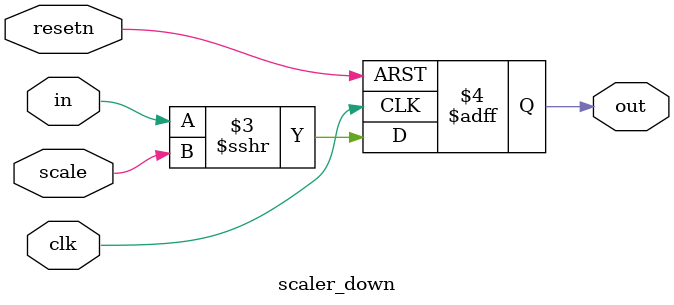
<source format=v>
module scaler_down(
	clk,
	resetn,
	in,
	out,
	scale
);

parameter IN_WIDTH = 1;//IN_WIDTH > OUT_WIDTH
parameter OUT_WIDTH = 1;
parameter SCALE_WIDTH = 1;

input  clk;
input  resetn;
input  signed [IN_WIDTH-1:0] in;
output signed [OUT_WIDTH-1:0] out;
input  [SCALE_WIDTH-1:0] scale;

reg signed [OUT_WIDTH-1:0] out;

always@(posedge clk or negedge resetn)
if(resetn == 0)
	out <= 0;
else
	out <= $signed($signed(in) >>> scale);


endmodule
</source>
